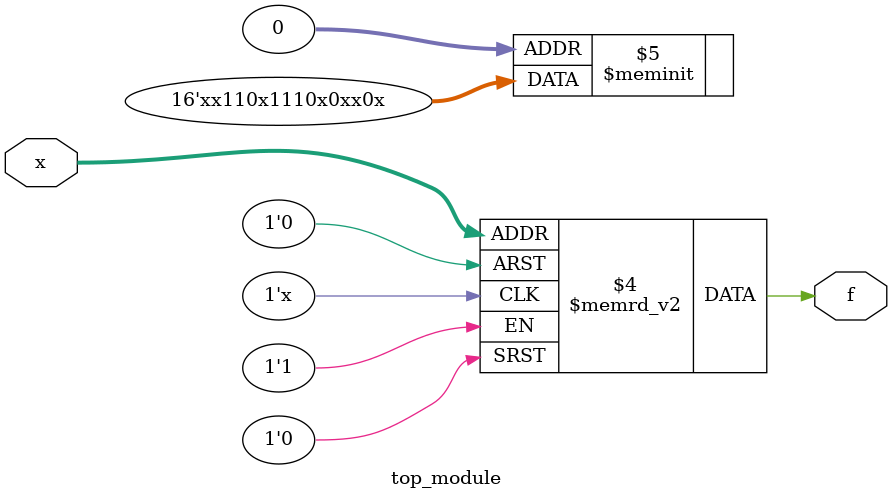
<source format=sv>
module top_module (
    input [4:1] x,
    output logic f
);

    always_comb begin
        case (x)
            4'b0000: f = 1'bx; // don't-care
            4'b0001: f = 1'b0;
            4'b0011: f = 1'bx; // don't-care
            4'b0010: f = 1'bx; // don't-care
            4'b0100: f = 1'b0;
            4'b0101: f = 1'bx; // don't-care
            4'b0111: f = 1'b1;
            4'b0110: f = 1'b0;
            4'b1100: f = 1'b1;
            4'b1101: f = 1'b1;
            4'b1111: f = 1'bx; // don't-care
            4'b1110: f = 1'bx; // don't-care
            4'b1000: f = 1'b1;
            4'b1001: f = 1'b1;
            4'b1011: f = 1'b0;
            4'b1010: f = 1'bx; // don't-care
            default: f = 1'b0;
        endcase
    end

endmodule

</source>
